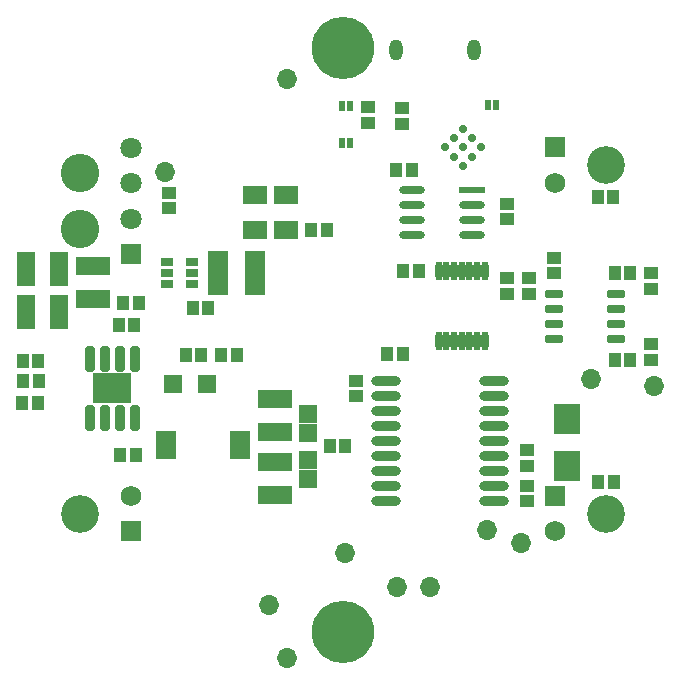
<source format=gbs>
G04*
G04 #@! TF.GenerationSoftware,Altium Limited,Altium Designer,23.0.1 (38)*
G04*
G04 Layer_Color=16711935*
%FSLAX25Y25*%
%MOIN*%
G70*
G04*
G04 #@! TF.SameCoordinates,07299077-2F5B-483E-86E5-57BC813F48C1*
G04*
G04*
G04 #@! TF.FilePolarity,Negative*
G04*
G01*
G75*
%ADD50R,0.04737X0.04343*%
%ADD51R,0.04147X0.04540*%
%ADD57R,0.04343X0.04737*%
%ADD62R,0.04540X0.04147*%
%ADD72O,0.06706X0.06706*%
%ADD73O,0.06706X0.06706*%
%ADD74R,0.06824X0.06824*%
%ADD75C,0.06824*%
%ADD76C,0.12611*%
%ADD77C,0.20800*%
%ADD78R,0.07119X0.07119*%
%ADD79C,0.07119*%
%ADD80C,0.12808*%
%ADD81O,0.04343X0.07099*%
%ADD82C,0.02769*%
G04:AMPARAMS|DCode=102|XSize=86.79mil|YSize=23.94mil|CornerRadius=11.97mil|HoleSize=0mil|Usage=FLASHONLY|Rotation=180.000|XOffset=0mil|YOffset=0mil|HoleType=Round|Shape=RoundedRectangle|*
%AMROUNDEDRECTD102*
21,1,0.08679,0.00000,0,0,180.0*
21,1,0.06285,0.02394,0,0,180.0*
1,1,0.02394,-0.03143,0.00000*
1,1,0.02394,0.03143,0.00000*
1,1,0.02394,0.03143,0.00000*
1,1,0.02394,-0.03143,0.00000*
%
%ADD102ROUNDEDRECTD102*%
%ADD103R,0.08679X0.02394*%
%ADD108R,0.03937X0.02756*%
%ADD116O,0.02572X0.06312*%
%ADD117R,0.06706X0.09461*%
G04:AMPARAMS|DCode=118|XSize=29.65mil|YSize=57.21mil|CornerRadius=5.95mil|HoleSize=0mil|Usage=FLASHONLY|Rotation=90.000|XOffset=0mil|YOffset=0mil|HoleType=Round|Shape=RoundedRectangle|*
%AMROUNDEDRECTD118*
21,1,0.02965,0.04532,0,0,90.0*
21,1,0.01776,0.05721,0,0,90.0*
1,1,0.01190,0.02266,0.00888*
1,1,0.01190,0.02266,-0.00888*
1,1,0.01190,-0.02266,-0.00888*
1,1,0.01190,-0.02266,0.00888*
%
%ADD118ROUNDEDRECTD118*%
%ADD119R,0.08674X0.10249*%
%ADD120O,0.09855X0.03162*%
%ADD121R,0.07887X0.05918*%
%ADD122R,0.06706X0.14973*%
%ADD123R,0.11430X0.05918*%
%ADD124R,0.06312X0.05918*%
%ADD125R,0.05918X0.06312*%
%ADD126R,0.13005X0.10288*%
G04:AMPARAMS|DCode=127|XSize=85.56mil|YSize=31.62mil|CornerRadius=6.95mil|HoleSize=0mil|Usage=FLASHONLY|Rotation=90.000|XOffset=0mil|YOffset=0mil|HoleType=Round|Shape=RoundedRectangle|*
%AMROUNDEDRECTD127*
21,1,0.08556,0.01772,0,0,90.0*
21,1,0.07165,0.03162,0,0,90.0*
1,1,0.01391,0.00886,0.03583*
1,1,0.01391,0.00886,-0.03583*
1,1,0.01391,-0.00886,-0.03583*
1,1,0.01391,-0.00886,0.03583*
%
%ADD127ROUNDEDRECTD127*%
%ADD128R,0.05918X0.11430*%
%ADD129R,0.02375X0.03556*%
D50*
X213779Y99705D02*
D03*
Y105020D02*
D03*
X165748Y128150D02*
D03*
Y122835D02*
D03*
Y103347D02*
D03*
Y98032D02*
D03*
X172441Y40551D02*
D03*
Y45866D02*
D03*
Y34154D02*
D03*
Y28839D02*
D03*
X130709Y154724D02*
D03*
Y160039D02*
D03*
X119685Y154921D02*
D03*
Y160236D02*
D03*
X213779Y76083D02*
D03*
Y81398D02*
D03*
X173228Y103347D02*
D03*
Y98032D02*
D03*
X181496Y110138D02*
D03*
Y104823D02*
D03*
D51*
X134055Y139370D02*
D03*
X128937D02*
D03*
X196260Y35433D02*
D03*
X201378D02*
D03*
X206890Y75984D02*
D03*
X201772D02*
D03*
X206890Y105118D02*
D03*
X201772D02*
D03*
X196063Y130315D02*
D03*
X201181D02*
D03*
X105709Y119291D02*
D03*
X100591D02*
D03*
X43110Y94882D02*
D03*
X37992D02*
D03*
X112008Y47244D02*
D03*
X106890D02*
D03*
X63976Y77559D02*
D03*
X58858D02*
D03*
X75787D02*
D03*
X70669D02*
D03*
X9646Y75590D02*
D03*
X4528D02*
D03*
X4331Y61811D02*
D03*
X9449D02*
D03*
X41535Y87795D02*
D03*
X36417D02*
D03*
D57*
X131201Y105512D02*
D03*
X136516D02*
D03*
X131102Y77953D02*
D03*
X125787D02*
D03*
X61024Y93307D02*
D03*
X66339D02*
D03*
X36713Y44488D02*
D03*
X42028D02*
D03*
X9843Y68898D02*
D03*
X4528D02*
D03*
D62*
X53150Y126575D02*
D03*
Y131693D02*
D03*
X115354Y69095D02*
D03*
Y63976D02*
D03*
D72*
X193701Y69685D02*
D03*
X86614Y-5512D02*
D03*
X111811Y11811D02*
D03*
X129134Y394D02*
D03*
X140157D02*
D03*
X159055Y19291D02*
D03*
X170472Y14961D02*
D03*
X92520Y169685D02*
D03*
D73*
X214961Y67323D02*
D03*
X51968Y138583D02*
D03*
X92520Y-23228D02*
D03*
D74*
X181811Y146850D02*
D03*
Y30709D02*
D03*
X40630Y18898D02*
D03*
D75*
X181811Y135039D02*
D03*
Y18898D02*
D03*
X40630Y30709D02*
D03*
D76*
X198819Y140945D02*
D03*
Y24803D02*
D03*
X23622D02*
D03*
D77*
X111043Y180118D02*
D03*
Y-14764D02*
D03*
D78*
X40630Y111221D02*
D03*
D79*
Y123031D02*
D03*
Y134843D02*
D03*
Y146653D02*
D03*
D80*
X23622Y138189D02*
D03*
Y119685D02*
D03*
D81*
X128740Y179331D02*
D03*
X154724D02*
D03*
D82*
X151181Y152975D02*
D03*
X154243Y149913D02*
D03*
X157306Y146850D02*
D03*
X148119Y149913D02*
D03*
X151181Y146850D02*
D03*
X154243Y143788D02*
D03*
X145057Y146850D02*
D03*
X148119Y143788D02*
D03*
X151181Y140726D02*
D03*
D102*
X134052Y132697D02*
D03*
Y127697D02*
D03*
Y122697D02*
D03*
Y117697D02*
D03*
X154137Y117697D02*
D03*
Y122697D02*
D03*
Y127697D02*
D03*
D103*
X154137Y132697D02*
D03*
D108*
X52362Y101181D02*
D03*
X52362Y104921D02*
D03*
Y108661D02*
D03*
X61020D02*
D03*
Y104921D02*
D03*
X61020Y101181D02*
D03*
D116*
X158465Y82480D02*
D03*
X155905D02*
D03*
X153347D02*
D03*
X150787D02*
D03*
X148228D02*
D03*
X145669D02*
D03*
X143110D02*
D03*
X158465Y105709D02*
D03*
X155905Y105709D02*
D03*
X153347Y105709D02*
D03*
X150787Y105709D02*
D03*
X148228Y105709D02*
D03*
X145669Y105709D02*
D03*
X143110Y105709D02*
D03*
D117*
X76968Y47687D02*
D03*
X52165Y47589D02*
D03*
D118*
X181496Y83071D02*
D03*
Y88071D02*
D03*
Y93071D02*
D03*
Y98071D02*
D03*
X202165Y83071D02*
D03*
Y88071D02*
D03*
Y93071D02*
D03*
Y98071D02*
D03*
D119*
X185827Y40551D02*
D03*
Y56299D02*
D03*
D120*
X161417Y68976D02*
D03*
Y63976D02*
D03*
Y58976D02*
D03*
X161417Y53976D02*
D03*
X161417Y48976D02*
D03*
Y43976D02*
D03*
Y38976D02*
D03*
Y33976D02*
D03*
X161417Y28976D02*
D03*
X125591Y68976D02*
D03*
Y63976D02*
D03*
Y58976D02*
D03*
Y53976D02*
D03*
Y48976D02*
D03*
Y43976D02*
D03*
Y38976D02*
D03*
Y33976D02*
D03*
Y28976D02*
D03*
D121*
X92126Y119488D02*
D03*
Y130905D02*
D03*
X81890Y119488D02*
D03*
Y130905D02*
D03*
D122*
X81693Y105118D02*
D03*
X69685D02*
D03*
D123*
X27953Y96457D02*
D03*
Y107480D02*
D03*
X88583Y51968D02*
D03*
Y62992D02*
D03*
Y42126D02*
D03*
Y31102D02*
D03*
D124*
X99606Y42520D02*
D03*
Y36220D02*
D03*
Y51575D02*
D03*
Y57874D02*
D03*
D125*
X54528Y68110D02*
D03*
X65945D02*
D03*
D126*
X34252Y66535D02*
D03*
D127*
X41752Y76279D02*
D03*
X36752D02*
D03*
X31752D02*
D03*
X26752D02*
D03*
Y56791D02*
D03*
X31752D02*
D03*
X36752D02*
D03*
X41752D02*
D03*
D128*
X16535Y92126D02*
D03*
X5512D02*
D03*
X16535Y106299D02*
D03*
X5512D02*
D03*
D129*
X159449Y161024D02*
D03*
X162205D02*
D03*
X110827Y160630D02*
D03*
X113583D02*
D03*
X110827Y148425D02*
D03*
X113583D02*
D03*
M02*

</source>
